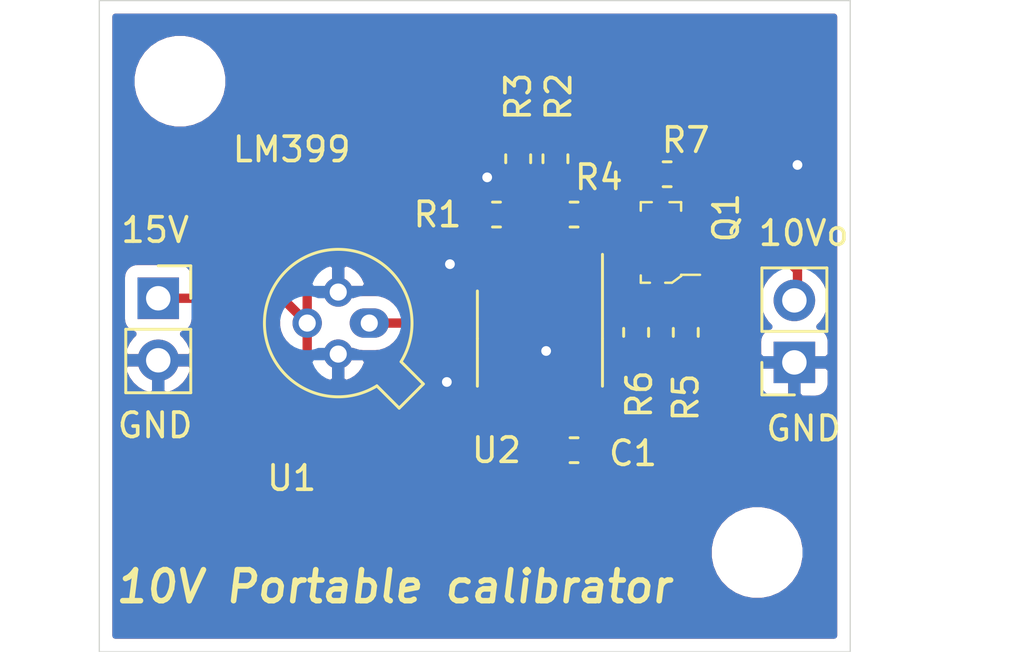
<source format=kicad_pcb>
(kicad_pcb (version 20171130) (host pcbnew 5.1.6-c6e7f7d~87~ubuntu18.04.1)

  (general
    (thickness 1.6)
    (drawings 12)
    (tracks 47)
    (zones 0)
    (modules 15)
    (nets 13)
  )

  (page A4)
  (layers
    (0 F.Cu signal)
    (31 B.Cu signal)
    (32 B.Adhes user)
    (33 F.Adhes user)
    (34 B.Paste user)
    (35 F.Paste user)
    (36 B.SilkS user hide)
    (37 F.SilkS user)
    (38 B.Mask user)
    (39 F.Mask user)
    (40 Dwgs.User user)
    (41 Cmts.User user)
    (42 Eco1.User user)
    (43 Eco2.User user hide)
    (44 Edge.Cuts user)
    (45 Margin user)
    (46 B.CrtYd user)
    (47 F.CrtYd user)
    (48 B.Fab user)
    (49 F.Fab user hide)
  )

  (setup
    (last_trace_width 0.25)
    (user_trace_width 0.1524)
    (user_trace_width 0.254)
    (user_trace_width 0.381)
    (user_trace_width 0.508)
    (user_trace_width 0.635)
    (trace_clearance 0.2)
    (zone_clearance 0.127)
    (zone_45_only no)
    (trace_min 0.2)
    (via_size 0.8)
    (via_drill 0.4)
    (via_min_size 0.4)
    (via_min_drill 0.3)
    (uvia_size 0.3)
    (uvia_drill 0.1)
    (uvias_allowed no)
    (uvia_min_size 0.2)
    (uvia_min_drill 0.1)
    (edge_width 0.05)
    (segment_width 0.2)
    (pcb_text_width 0.3)
    (pcb_text_size 1.5 1.5)
    (mod_edge_width 0.12)
    (mod_text_size 1 1)
    (mod_text_width 0.15)
    (pad_size 1.524 1.524)
    (pad_drill 0.762)
    (pad_to_mask_clearance 0.05)
    (aux_axis_origin 0 0)
    (visible_elements FFFFFF7F)
    (pcbplotparams
      (layerselection 0x010fc_ffffffff)
      (usegerberextensions false)
      (usegerberattributes true)
      (usegerberadvancedattributes true)
      (creategerberjobfile true)
      (excludeedgelayer true)
      (linewidth 0.100000)
      (plotframeref false)
      (viasonmask false)
      (mode 1)
      (useauxorigin false)
      (hpglpennumber 1)
      (hpglpenspeed 20)
      (hpglpendiameter 15.000000)
      (psnegative false)
      (psa4output false)
      (plotreference true)
      (plotvalue true)
      (plotinvisibletext false)
      (padsonsilk false)
      (subtractmaskfromsilk false)
      (outputformat 1)
      (mirror false)
      (drillshape 0)
      (scaleselection 1)
      (outputdirectory "../production/gerbers"))
  )

  (net 0 "")
  (net 1 GND)
  (net 2 /Vout)
  (net 3 +15V)
  (net 4 "Net-(Q1-Pad1)")
  (net 5 "Net-(Q1-Pad3)")
  (net 6 "Net-(R1-Pad2)")
  (net 7 "Net-(R2-Pad2)")
  (net 8 "Net-(R2-Pad1)")
  (net 9 "Net-(R5-Pad2)")
  (net 10 "Net-(U2-Pad8)")
  (net 11 "Net-(U2-Pad5)")
  (net 12 "Net-(U2-Pad1)")

  (net_class Default "This is the default net class."
    (clearance 0.2)
    (trace_width 0.25)
    (via_dia 0.8)
    (via_drill 0.4)
    (uvia_dia 0.3)
    (uvia_drill 0.1)
    (add_net +15V)
    (add_net /Vout)
    (add_net GND)
    (add_net "Net-(Q1-Pad1)")
    (add_net "Net-(Q1-Pad3)")
    (add_net "Net-(R1-Pad2)")
    (add_net "Net-(R2-Pad1)")
    (add_net "Net-(R2-Pad2)")
    (add_net "Net-(R5-Pad2)")
    (add_net "Net-(U2-Pad1)")
    (add_net "Net-(U2-Pad5)")
    (add_net "Net-(U2-Pad8)")
  )

  (module Connector_PinSocket_2.54mm:PinSocket_1x02_P2.54mm_Vertical (layer F.Cu) (tedit 5A19A420) (tstamp 61B858F4)
    (at 168.402 98.639 180)
    (descr "Through hole straight socket strip, 1x02, 2.54mm pitch, single row (from Kicad 4.0.7), script generated")
    (tags "Through hole socket strip THT 1x02 2.54mm single row")
    (path /61BD90DC)
    (fp_text reference J2 (at 2.794 -1.31) (layer F.SilkS) hide
      (effects (font (size 1 1) (thickness 0.15)))
    )
    (fp_text value Conn_01x02 (at 0 5.31) (layer F.Fab)
      (effects (font (size 1 1) (thickness 0.15)))
    )
    (fp_line (start -1.8 4.3) (end -1.8 -1.8) (layer F.CrtYd) (width 0.05))
    (fp_line (start 1.75 4.3) (end -1.8 4.3) (layer F.CrtYd) (width 0.05))
    (fp_line (start 1.75 -1.8) (end 1.75 4.3) (layer F.CrtYd) (width 0.05))
    (fp_line (start -1.8 -1.8) (end 1.75 -1.8) (layer F.CrtYd) (width 0.05))
    (fp_line (start 0 -1.33) (end 1.33 -1.33) (layer F.SilkS) (width 0.12))
    (fp_line (start 1.33 -1.33) (end 1.33 0) (layer F.SilkS) (width 0.12))
    (fp_line (start 1.33 1.27) (end 1.33 3.87) (layer F.SilkS) (width 0.12))
    (fp_line (start -1.33 3.87) (end 1.33 3.87) (layer F.SilkS) (width 0.12))
    (fp_line (start -1.33 1.27) (end -1.33 3.87) (layer F.SilkS) (width 0.12))
    (fp_line (start -1.33 1.27) (end 1.33 1.27) (layer F.SilkS) (width 0.12))
    (fp_line (start -1.27 3.81) (end -1.27 -1.27) (layer F.Fab) (width 0.1))
    (fp_line (start 1.27 3.81) (end -1.27 3.81) (layer F.Fab) (width 0.1))
    (fp_line (start 1.27 -0.635) (end 1.27 3.81) (layer F.Fab) (width 0.1))
    (fp_line (start 0.635 -1.27) (end 1.27 -0.635) (layer F.Fab) (width 0.1))
    (fp_line (start -1.27 -1.27) (end 0.635 -1.27) (layer F.Fab) (width 0.1))
    (fp_text user %R (at 0 1.27 90) (layer F.Fab)
      (effects (font (size 1 1) (thickness 0.15)))
    )
    (pad 2 thru_hole oval (at 0 2.54 180) (size 1.7 1.7) (drill 1) (layers *.Cu *.Mask)
      (net 2 /Vout))
    (pad 1 thru_hole rect (at 0 0 180) (size 1.7 1.7) (drill 1) (layers *.Cu *.Mask)
      (net 1 GND))
  )

  (module Connector_PinSocket_2.54mm:PinSocket_1x02_P2.54mm_Vertical (layer F.Cu) (tedit 5A19A420) (tstamp 61B858DE)
    (at 142.367 96.012)
    (descr "Through hole straight socket strip, 1x02, 2.54mm pitch, single row (from Kicad 4.0.7), script generated")
    (tags "Through hole socket strip THT 1x02 2.54mm single row")
    (path /61BD8BE7)
    (fp_text reference J1 (at 0.889 -4.699) (layer F.SilkS) hide
      (effects (font (size 1 1) (thickness 0.15)))
    )
    (fp_text value Conn_01x02 (at 0 5.31) (layer F.Fab)
      (effects (font (size 1 1) (thickness 0.15)))
    )
    (fp_line (start -1.8 4.3) (end -1.8 -1.8) (layer F.CrtYd) (width 0.05))
    (fp_line (start 1.75 4.3) (end -1.8 4.3) (layer F.CrtYd) (width 0.05))
    (fp_line (start 1.75 -1.8) (end 1.75 4.3) (layer F.CrtYd) (width 0.05))
    (fp_line (start -1.8 -1.8) (end 1.75 -1.8) (layer F.CrtYd) (width 0.05))
    (fp_line (start 0 -1.33) (end 1.33 -1.33) (layer F.SilkS) (width 0.12))
    (fp_line (start 1.33 -1.33) (end 1.33 0) (layer F.SilkS) (width 0.12))
    (fp_line (start 1.33 1.27) (end 1.33 3.87) (layer F.SilkS) (width 0.12))
    (fp_line (start -1.33 3.87) (end 1.33 3.87) (layer F.SilkS) (width 0.12))
    (fp_line (start -1.33 1.27) (end -1.33 3.87) (layer F.SilkS) (width 0.12))
    (fp_line (start -1.33 1.27) (end 1.33 1.27) (layer F.SilkS) (width 0.12))
    (fp_line (start -1.27 3.81) (end -1.27 -1.27) (layer F.Fab) (width 0.1))
    (fp_line (start 1.27 3.81) (end -1.27 3.81) (layer F.Fab) (width 0.1))
    (fp_line (start 1.27 -0.635) (end 1.27 3.81) (layer F.Fab) (width 0.1))
    (fp_line (start 0.635 -1.27) (end 1.27 -0.635) (layer F.Fab) (width 0.1))
    (fp_line (start -1.27 -1.27) (end 0.635 -1.27) (layer F.Fab) (width 0.1))
    (fp_text user %R (at 0 1.27 90) (layer F.Fab)
      (effects (font (size 1 1) (thickness 0.15)))
    )
    (pad 2 thru_hole oval (at 0 2.54) (size 1.7 1.7) (drill 1) (layers *.Cu *.Mask)
      (net 1 GND))
    (pad 1 thru_hole rect (at 0 0) (size 1.7 1.7) (drill 1) (layers *.Cu *.Mask)
      (net 3 +15V))
  )

  (module Package_SO:SOIC-8_3.9x4.9mm_P1.27mm (layer F.Cu) (tedit 5D9F72B1) (tstamp 61B843F7)
    (at 157.988 97.663 270)
    (descr "SOIC, 8 Pin (JEDEC MS-012AA, https://www.analog.com/media/en/package-pcb-resources/package/pkg_pdf/soic_narrow-r/r_8.pdf), generated with kicad-footprint-generator ipc_gullwing_generator.py")
    (tags "SOIC SO")
    (path /61B85421)
    (attr smd)
    (fp_text reference U2 (at 4.572 1.778 180) (layer F.SilkS)
      (effects (font (size 1 1) (thickness 0.15)))
    )
    (fp_text value LT1012 (at 0 3.4 90) (layer F.Fab)
      (effects (font (size 1 1) (thickness 0.15)))
    )
    (fp_line (start 3.7 -2.7) (end -3.7 -2.7) (layer F.CrtYd) (width 0.05))
    (fp_line (start 3.7 2.7) (end 3.7 -2.7) (layer F.CrtYd) (width 0.05))
    (fp_line (start -3.7 2.7) (end 3.7 2.7) (layer F.CrtYd) (width 0.05))
    (fp_line (start -3.7 -2.7) (end -3.7 2.7) (layer F.CrtYd) (width 0.05))
    (fp_line (start -1.95 -1.475) (end -0.975 -2.45) (layer F.Fab) (width 0.1))
    (fp_line (start -1.95 2.45) (end -1.95 -1.475) (layer F.Fab) (width 0.1))
    (fp_line (start 1.95 2.45) (end -1.95 2.45) (layer F.Fab) (width 0.1))
    (fp_line (start 1.95 -2.45) (end 1.95 2.45) (layer F.Fab) (width 0.1))
    (fp_line (start -0.975 -2.45) (end 1.95 -2.45) (layer F.Fab) (width 0.1))
    (fp_line (start 0 -2.56) (end -3.45 -2.56) (layer F.SilkS) (width 0.12))
    (fp_line (start 0 -2.56) (end 1.95 -2.56) (layer F.SilkS) (width 0.12))
    (fp_line (start 0 2.56) (end -1.95 2.56) (layer F.SilkS) (width 0.12))
    (fp_line (start 0 2.56) (end 1.95 2.56) (layer F.SilkS) (width 0.12))
    (fp_text user %R (at 0 0 90) (layer F.Fab)
      (effects (font (size 0.98 0.98) (thickness 0.15)))
    )
    (pad 8 smd roundrect (at 2.475 -1.905 270) (size 1.95 0.6) (layers F.Cu F.Paste F.Mask) (roundrect_rratio 0.25)
      (net 10 "Net-(U2-Pad8)"))
    (pad 7 smd roundrect (at 2.475 -0.635 270) (size 1.95 0.6) (layers F.Cu F.Paste F.Mask) (roundrect_rratio 0.25)
      (net 3 +15V))
    (pad 6 smd roundrect (at 2.475 0.635 270) (size 1.95 0.6) (layers F.Cu F.Paste F.Mask) (roundrect_rratio 0.25)
      (net 9 "Net-(R5-Pad2)"))
    (pad 5 smd roundrect (at 2.475 1.905 270) (size 1.95 0.6) (layers F.Cu F.Paste F.Mask) (roundrect_rratio 0.25)
      (net 11 "Net-(U2-Pad5)"))
    (pad 4 smd roundrect (at -2.475 1.905 270) (size 1.95 0.6) (layers F.Cu F.Paste F.Mask) (roundrect_rratio 0.25)
      (net 1 GND))
    (pad 3 smd roundrect (at -2.475 0.635 270) (size 1.95 0.6) (layers F.Cu F.Paste F.Mask) (roundrect_rratio 0.25)
      (net 6 "Net-(R1-Pad2)"))
    (pad 2 smd roundrect (at -2.475 -0.635 270) (size 1.95 0.6) (layers F.Cu F.Paste F.Mask) (roundrect_rratio 0.25)
      (net 7 "Net-(R2-Pad2)"))
    (pad 1 smd roundrect (at -2.475 -1.905 270) (size 1.95 0.6) (layers F.Cu F.Paste F.Mask) (roundrect_rratio 0.25)
      (net 12 "Net-(U2-Pad1)"))
    (model ${KISYS3DMOD}/Package_SO.3dshapes/SOIC-8_3.9x4.9mm_P1.27mm.wrl
      (at (xyz 0 0 0))
      (scale (xyz 1 1 1))
      (rotate (xyz 0 0 0))
    )
  )

  (module Package_TO_SOT_THT:TO-46-4 (layer F.Cu) (tedit 5A02FF81) (tstamp 61B843DD)
    (at 151.003 97.028 180)
    (descr TO-46-4)
    (tags TO-46-4)
    (path /61B83865)
    (fp_text reference U1 (at 3.175 -6.35) (layer F.SilkS)
      (effects (font (size 1 1) (thickness 0.15)))
    )
    (fp_text value LM399 (at 1.27 4.02) (layer F.Fab)
      (effects (font (size 1 1) (thickness 0.15)))
    )
    (fp_circle (center 1.27 0) (end 3.67 0) (layer F.Fab) (width 0.1))
    (fp_line (start 4.42 -3.5) (end -2.23 -3.5) (layer F.CrtYd) (width 0.05))
    (fp_line (start 4.42 3.15) (end 4.42 -3.5) (layer F.CrtYd) (width 0.05))
    (fp_line (start -2.23 3.15) (end 4.42 3.15) (layer F.CrtYd) (width 0.05))
    (fp_line (start -2.23 -3.5) (end -2.23 3.15) (layer F.CrtYd) (width 0.05))
    (fp_line (start -2.214448 -2.494499) (end -1.302281 -1.582331) (layer F.SilkS) (width 0.12))
    (fp_line (start -1.224499 -3.484448) (end -2.214448 -2.494499) (layer F.SilkS) (width 0.12))
    (fp_line (start -0.312331 -2.572281) (end -1.224499 -3.484448) (layer F.SilkS) (width 0.12))
    (fp_line (start -1.976616 -2.426372) (end -1.149301 -1.599057) (layer F.Fab) (width 0.1))
    (fp_line (start -1.156372 -3.246616) (end -1.976616 -2.426372) (layer F.Fab) (width 0.1))
    (fp_line (start -0.329057 -2.419301) (end -1.156372 -3.246616) (layer F.Fab) (width 0.1))
    (fp_arc (start 1.27 0) (end -0.312331 -2.572281) (angle 333.2) (layer F.SilkS) (width 0.12))
    (fp_arc (start 1.27 0) (end -0.329057 -2.419301) (angle 336.9) (layer F.Fab) (width 0.1))
    (fp_text user %R (at 1.27 -4.02) (layer F.Fab)
      (effects (font (size 1 1) (thickness 0.15)))
    )
    (pad 4 thru_hole oval (at 1.27 -1.27 180) (size 1.2 1.2) (drill 0.7) (layers *.Cu *.Mask)
      (net 1 GND))
    (pad 3 thru_hole oval (at 2.54 0 180) (size 1.2 1.2) (drill 0.7) (layers *.Cu *.Mask)
      (net 3 +15V))
    (pad 2 thru_hole oval (at 1.27 1.27 180) (size 1.2 1.2) (drill 0.7) (layers *.Cu *.Mask)
      (net 1 GND))
    (pad 1 thru_hole oval (at 0 0 180) (size 1.6 1.2) (drill 0.7) (layers *.Cu *.Mask)
      (net 6 "Net-(R1-Pad2)"))
    (model ${KISYS3DMOD}/Package_TO_SOT_THT.3dshapes/TO-46-4.wrl
      (at (xyz 0 0 0))
      (scale (xyz 1 1 1))
      (rotate (xyz 0 0 0))
    )
    (model /home/jf/Documents/KiCAD/advent-calendar-of-circuits-2021/lib/3d/TO-46-4pins.step
      (offset (xyz 1.27 -0.0254 0.7112000000000001))
      (scale (xyz 1 1 1))
      (rotate (xyz -90 0 -45))
    )
  )

  (module Resistor_SMD:R_0603_1608Metric (layer F.Cu) (tedit 5B301BBD) (tstamp 61B843C7)
    (at 163.195 90.932)
    (descr "Resistor SMD 0603 (1608 Metric), square (rectangular) end terminal, IPC_7351 nominal, (Body size source: http://www.tortai-tech.com/upload/download/2011102023233369053.pdf), generated with kicad-footprint-generator")
    (tags resistor)
    (path /61BA186F)
    (attr smd)
    (fp_text reference R7 (at 0.762 -1.397) (layer F.SilkS)
      (effects (font (size 1 1) (thickness 0.15)))
    )
    (fp_text value 1K (at 0 1.43) (layer F.Fab)
      (effects (font (size 1 1) (thickness 0.15)))
    )
    (fp_line (start 1.48 0.73) (end -1.48 0.73) (layer F.CrtYd) (width 0.05))
    (fp_line (start 1.48 -0.73) (end 1.48 0.73) (layer F.CrtYd) (width 0.05))
    (fp_line (start -1.48 -0.73) (end 1.48 -0.73) (layer F.CrtYd) (width 0.05))
    (fp_line (start -1.48 0.73) (end -1.48 -0.73) (layer F.CrtYd) (width 0.05))
    (fp_line (start -0.162779 0.51) (end 0.162779 0.51) (layer F.SilkS) (width 0.12))
    (fp_line (start -0.162779 -0.51) (end 0.162779 -0.51) (layer F.SilkS) (width 0.12))
    (fp_line (start 0.8 0.4) (end -0.8 0.4) (layer F.Fab) (width 0.1))
    (fp_line (start 0.8 -0.4) (end 0.8 0.4) (layer F.Fab) (width 0.1))
    (fp_line (start -0.8 -0.4) (end 0.8 -0.4) (layer F.Fab) (width 0.1))
    (fp_line (start -0.8 0.4) (end -0.8 -0.4) (layer F.Fab) (width 0.1))
    (fp_text user %R (at 0 0) (layer F.Fab)
      (effects (font (size 0.4 0.4) (thickness 0.06)))
    )
    (pad 2 smd roundrect (at 0.7875 0) (size 0.875 0.95) (layers F.Cu F.Paste F.Mask) (roundrect_rratio 0.25)
      (net 2 /Vout))
    (pad 1 smd roundrect (at -0.7875 0) (size 0.875 0.95) (layers F.Cu F.Paste F.Mask) (roundrect_rratio 0.25)
      (net 1 GND))
    (model ${KISYS3DMOD}/Resistor_SMD.3dshapes/R_0603_1608Metric.wrl
      (at (xyz 0 0 0))
      (scale (xyz 1 1 1))
      (rotate (xyz 0 0 0))
    )
  )

  (module Resistor_SMD:R_0603_1608Metric (layer F.Cu) (tedit 5B301BBD) (tstamp 61B843B6)
    (at 161.925 97.409 270)
    (descr "Resistor SMD 0603 (1608 Metric), square (rectangular) end terminal, IPC_7351 nominal, (Body size source: http://www.tortai-tech.com/upload/download/2011102023233369053.pdf), generated with kicad-footprint-generator")
    (tags resistor)
    (path /61AFAEA8)
    (attr smd)
    (fp_text reference R6 (at 2.54 -0.127 90) (layer F.SilkS)
      (effects (font (size 1 1) (thickness 0.15)))
    )
    (fp_text value 200R (at 0 1.43 90) (layer F.Fab)
      (effects (font (size 1 1) (thickness 0.15)))
    )
    (fp_line (start 1.48 0.73) (end -1.48 0.73) (layer F.CrtYd) (width 0.05))
    (fp_line (start 1.48 -0.73) (end 1.48 0.73) (layer F.CrtYd) (width 0.05))
    (fp_line (start -1.48 -0.73) (end 1.48 -0.73) (layer F.CrtYd) (width 0.05))
    (fp_line (start -1.48 0.73) (end -1.48 -0.73) (layer F.CrtYd) (width 0.05))
    (fp_line (start -0.162779 0.51) (end 0.162779 0.51) (layer F.SilkS) (width 0.12))
    (fp_line (start -0.162779 -0.51) (end 0.162779 -0.51) (layer F.SilkS) (width 0.12))
    (fp_line (start 0.8 0.4) (end -0.8 0.4) (layer F.Fab) (width 0.1))
    (fp_line (start 0.8 -0.4) (end 0.8 0.4) (layer F.Fab) (width 0.1))
    (fp_line (start -0.8 -0.4) (end 0.8 -0.4) (layer F.Fab) (width 0.1))
    (fp_line (start -0.8 0.4) (end -0.8 -0.4) (layer F.Fab) (width 0.1))
    (fp_text user %R (at 0 0 90) (layer F.Fab)
      (effects (font (size 0.4 0.4) (thickness 0.06)))
    )
    (pad 2 smd roundrect (at 0.7875 0 270) (size 0.875 0.95) (layers F.Cu F.Paste F.Mask) (roundrect_rratio 0.25)
      (net 3 +15V))
    (pad 1 smd roundrect (at -0.7875 0 270) (size 0.875 0.95) (layers F.Cu F.Paste F.Mask) (roundrect_rratio 0.25)
      (net 5 "Net-(Q1-Pad3)"))
    (model ${KISYS3DMOD}/Resistor_SMD.3dshapes/R_0603_1608Metric.wrl
      (at (xyz 0 0 0))
      (scale (xyz 1 1 1))
      (rotate (xyz 0 0 0))
    )
  )

  (module Resistor_SMD:R_0603_1608Metric (layer F.Cu) (tedit 5B301BBD) (tstamp 61B843A5)
    (at 163.957 97.409 270)
    (descr "Resistor SMD 0603 (1608 Metric), square (rectangular) end terminal, IPC_7351 nominal, (Body size source: http://www.tortai-tech.com/upload/download/2011102023233369053.pdf), generated with kicad-footprint-generator")
    (tags resistor)
    (path /61B993EE)
    (attr smd)
    (fp_text reference R5 (at 2.667 0 90) (layer F.SilkS)
      (effects (font (size 1 1) (thickness 0.15)))
    )
    (fp_text value 1K (at 0 1.43 90) (layer F.Fab)
      (effects (font (size 1 1) (thickness 0.15)))
    )
    (fp_line (start 1.48 0.73) (end -1.48 0.73) (layer F.CrtYd) (width 0.05))
    (fp_line (start 1.48 -0.73) (end 1.48 0.73) (layer F.CrtYd) (width 0.05))
    (fp_line (start -1.48 -0.73) (end 1.48 -0.73) (layer F.CrtYd) (width 0.05))
    (fp_line (start -1.48 0.73) (end -1.48 -0.73) (layer F.CrtYd) (width 0.05))
    (fp_line (start -0.162779 0.51) (end 0.162779 0.51) (layer F.SilkS) (width 0.12))
    (fp_line (start -0.162779 -0.51) (end 0.162779 -0.51) (layer F.SilkS) (width 0.12))
    (fp_line (start 0.8 0.4) (end -0.8 0.4) (layer F.Fab) (width 0.1))
    (fp_line (start 0.8 -0.4) (end 0.8 0.4) (layer F.Fab) (width 0.1))
    (fp_line (start -0.8 -0.4) (end 0.8 -0.4) (layer F.Fab) (width 0.1))
    (fp_line (start -0.8 0.4) (end -0.8 -0.4) (layer F.Fab) (width 0.1))
    (fp_text user %R (at 0 0 90) (layer F.Fab)
      (effects (font (size 0.4 0.4) (thickness 0.06)))
    )
    (pad 2 smd roundrect (at 0.7875 0 270) (size 0.875 0.95) (layers F.Cu F.Paste F.Mask) (roundrect_rratio 0.25)
      (net 9 "Net-(R5-Pad2)"))
    (pad 1 smd roundrect (at -0.7875 0 270) (size 0.875 0.95) (layers F.Cu F.Paste F.Mask) (roundrect_rratio 0.25)
      (net 4 "Net-(Q1-Pad1)"))
    (model ${KISYS3DMOD}/Resistor_SMD.3dshapes/R_0603_1608Metric.wrl
      (at (xyz 0 0 0))
      (scale (xyz 1 1 1))
      (rotate (xyz 0 0 0))
    )
  )

  (module Resistor_SMD:R_0603_1608Metric (layer F.Cu) (tedit 5B301BBD) (tstamp 61B84394)
    (at 159.385 92.583)
    (descr "Resistor SMD 0603 (1608 Metric), square (rectangular) end terminal, IPC_7351 nominal, (Body size source: http://www.tortai-tech.com/upload/download/2011102023233369053.pdf), generated with kicad-footprint-generator")
    (tags resistor)
    (path /61BA06FA)
    (attr smd)
    (fp_text reference R4 (at 1.016 -1.524) (layer F.SilkS)
      (effects (font (size 1 1) (thickness 0.15)))
    )
    (fp_text value 3K (at 0 1.43) (layer F.Fab)
      (effects (font (size 1 1) (thickness 0.15)))
    )
    (fp_line (start 1.48 0.73) (end -1.48 0.73) (layer F.CrtYd) (width 0.05))
    (fp_line (start 1.48 -0.73) (end 1.48 0.73) (layer F.CrtYd) (width 0.05))
    (fp_line (start -1.48 -0.73) (end 1.48 -0.73) (layer F.CrtYd) (width 0.05))
    (fp_line (start -1.48 0.73) (end -1.48 -0.73) (layer F.CrtYd) (width 0.05))
    (fp_line (start -0.162779 0.51) (end 0.162779 0.51) (layer F.SilkS) (width 0.12))
    (fp_line (start -0.162779 -0.51) (end 0.162779 -0.51) (layer F.SilkS) (width 0.12))
    (fp_line (start 0.8 0.4) (end -0.8 0.4) (layer F.Fab) (width 0.1))
    (fp_line (start 0.8 -0.4) (end 0.8 0.4) (layer F.Fab) (width 0.1))
    (fp_line (start -0.8 -0.4) (end 0.8 -0.4) (layer F.Fab) (width 0.1))
    (fp_line (start -0.8 0.4) (end -0.8 -0.4) (layer F.Fab) (width 0.1))
    (fp_text user %R (at 0 0) (layer F.Fab)
      (effects (font (size 0.4 0.4) (thickness 0.06)))
    )
    (pad 2 smd roundrect (at 0.7875 0) (size 0.875 0.95) (layers F.Cu F.Paste F.Mask) (roundrect_rratio 0.25)
      (net 2 /Vout))
    (pad 1 smd roundrect (at -0.7875 0) (size 0.875 0.95) (layers F.Cu F.Paste F.Mask) (roundrect_rratio 0.25)
      (net 7 "Net-(R2-Pad2)"))
    (model ${KISYS3DMOD}/Resistor_SMD.3dshapes/R_0603_1608Metric.wrl
      (at (xyz 0 0 0))
      (scale (xyz 1 1 1))
      (rotate (xyz 0 0 0))
    )
  )

  (module Resistor_SMD:R_0603_1608Metric (layer F.Cu) (tedit 5B301BBD) (tstamp 61B84383)
    (at 157.099 90.297 90)
    (descr "Resistor SMD 0603 (1608 Metric), square (rectangular) end terminal, IPC_7351 nominal, (Body size source: http://www.tortai-tech.com/upload/download/2011102023233369053.pdf), generated with kicad-footprint-generator")
    (tags resistor)
    (path /61BA65DD)
    (attr smd)
    (fp_text reference R3 (at 2.54 0 90) (layer F.SilkS)
      (effects (font (size 1 1) (thickness 0.15)))
    )
    (fp_text value 1K (at 0 1.43 90) (layer F.Fab)
      (effects (font (size 1 1) (thickness 0.15)))
    )
    (fp_line (start 1.48 0.73) (end -1.48 0.73) (layer F.CrtYd) (width 0.05))
    (fp_line (start 1.48 -0.73) (end 1.48 0.73) (layer F.CrtYd) (width 0.05))
    (fp_line (start -1.48 -0.73) (end 1.48 -0.73) (layer F.CrtYd) (width 0.05))
    (fp_line (start -1.48 0.73) (end -1.48 -0.73) (layer F.CrtYd) (width 0.05))
    (fp_line (start -0.162779 0.51) (end 0.162779 0.51) (layer F.SilkS) (width 0.12))
    (fp_line (start -0.162779 -0.51) (end 0.162779 -0.51) (layer F.SilkS) (width 0.12))
    (fp_line (start 0.8 0.4) (end -0.8 0.4) (layer F.Fab) (width 0.1))
    (fp_line (start 0.8 -0.4) (end 0.8 0.4) (layer F.Fab) (width 0.1))
    (fp_line (start -0.8 -0.4) (end 0.8 -0.4) (layer F.Fab) (width 0.1))
    (fp_line (start -0.8 0.4) (end -0.8 -0.4) (layer F.Fab) (width 0.1))
    (fp_text user %R (at 0 0 90) (layer F.Fab)
      (effects (font (size 0.4 0.4) (thickness 0.06)))
    )
    (pad 2 smd roundrect (at 0.7875 0 90) (size 0.875 0.95) (layers F.Cu F.Paste F.Mask) (roundrect_rratio 0.25)
      (net 8 "Net-(R2-Pad1)"))
    (pad 1 smd roundrect (at -0.7875 0 90) (size 0.875 0.95) (layers F.Cu F.Paste F.Mask) (roundrect_rratio 0.25)
      (net 1 GND))
    (model ${KISYS3DMOD}/Resistor_SMD.3dshapes/R_0603_1608Metric.wrl
      (at (xyz 0 0 0))
      (scale (xyz 1 1 1))
      (rotate (xyz 0 0 0))
    )
  )

  (module Resistor_SMD:R_0603_1608Metric (layer F.Cu) (tedit 5B301BBD) (tstamp 61B84372)
    (at 158.623 90.297 270)
    (descr "Resistor SMD 0603 (1608 Metric), square (rectangular) end terminal, IPC_7351 nominal, (Body size source: http://www.tortai-tech.com/upload/download/2011102023233369053.pdf), generated with kicad-footprint-generator")
    (tags resistor)
    (path /61BA10D9)
    (attr smd)
    (fp_text reference R2 (at -2.54 -0.127 270) (layer F.SilkS)
      (effects (font (size 1 1) (thickness 0.15)))
    )
    (fp_text value 6.5K (at 0 1.43 90) (layer F.Fab)
      (effects (font (size 1 1) (thickness 0.15)))
    )
    (fp_line (start 1.48 0.73) (end -1.48 0.73) (layer F.CrtYd) (width 0.05))
    (fp_line (start 1.48 -0.73) (end 1.48 0.73) (layer F.CrtYd) (width 0.05))
    (fp_line (start -1.48 -0.73) (end 1.48 -0.73) (layer F.CrtYd) (width 0.05))
    (fp_line (start -1.48 0.73) (end -1.48 -0.73) (layer F.CrtYd) (width 0.05))
    (fp_line (start -0.162779 0.51) (end 0.162779 0.51) (layer F.SilkS) (width 0.12))
    (fp_line (start -0.162779 -0.51) (end 0.162779 -0.51) (layer F.SilkS) (width 0.12))
    (fp_line (start 0.8 0.4) (end -0.8 0.4) (layer F.Fab) (width 0.1))
    (fp_line (start 0.8 -0.4) (end 0.8 0.4) (layer F.Fab) (width 0.1))
    (fp_line (start -0.8 -0.4) (end 0.8 -0.4) (layer F.Fab) (width 0.1))
    (fp_line (start -0.8 0.4) (end -0.8 -0.4) (layer F.Fab) (width 0.1))
    (fp_text user %R (at 0 0 90) (layer F.Fab)
      (effects (font (size 0.4 0.4) (thickness 0.06)))
    )
    (pad 2 smd roundrect (at 0.7875 0 270) (size 0.875 0.95) (layers F.Cu F.Paste F.Mask) (roundrect_rratio 0.25)
      (net 7 "Net-(R2-Pad2)"))
    (pad 1 smd roundrect (at -0.7875 0 270) (size 0.875 0.95) (layers F.Cu F.Paste F.Mask) (roundrect_rratio 0.25)
      (net 8 "Net-(R2-Pad1)"))
    (model ${KISYS3DMOD}/Resistor_SMD.3dshapes/R_0603_1608Metric.wrl
      (at (xyz 0 0 0))
      (scale (xyz 1 1 1))
      (rotate (xyz 0 0 0))
    )
  )

  (module Resistor_SMD:R_0603_1608Metric (layer F.Cu) (tedit 5B301BBD) (tstamp 61B84361)
    (at 156.21 92.583)
    (descr "Resistor SMD 0603 (1608 Metric), square (rectangular) end terminal, IPC_7351 nominal, (Body size source: http://www.tortai-tech.com/upload/download/2011102023233369053.pdf), generated with kicad-footprint-generator")
    (tags resistor)
    (path /61B2103D)
    (attr smd)
    (fp_text reference R1 (at -2.413 0) (layer F.SilkS)
      (effects (font (size 1 1) (thickness 0.15)))
    )
    (fp_text value 7K (at 0 1.43) (layer F.Fab)
      (effects (font (size 1 1) (thickness 0.15)))
    )
    (fp_line (start 1.48 0.73) (end -1.48 0.73) (layer F.CrtYd) (width 0.05))
    (fp_line (start 1.48 -0.73) (end 1.48 0.73) (layer F.CrtYd) (width 0.05))
    (fp_line (start -1.48 -0.73) (end 1.48 -0.73) (layer F.CrtYd) (width 0.05))
    (fp_line (start -1.48 0.73) (end -1.48 -0.73) (layer F.CrtYd) (width 0.05))
    (fp_line (start -0.162779 0.51) (end 0.162779 0.51) (layer F.SilkS) (width 0.12))
    (fp_line (start -0.162779 -0.51) (end 0.162779 -0.51) (layer F.SilkS) (width 0.12))
    (fp_line (start 0.8 0.4) (end -0.8 0.4) (layer F.Fab) (width 0.1))
    (fp_line (start 0.8 -0.4) (end 0.8 0.4) (layer F.Fab) (width 0.1))
    (fp_line (start -0.8 -0.4) (end 0.8 -0.4) (layer F.Fab) (width 0.1))
    (fp_line (start -0.8 0.4) (end -0.8 -0.4) (layer F.Fab) (width 0.1))
    (fp_text user %R (at 0 0) (layer F.Fab)
      (effects (font (size 0.4 0.4) (thickness 0.06)))
    )
    (pad 2 smd roundrect (at 0.7875 0) (size 0.875 0.95) (layers F.Cu F.Paste F.Mask) (roundrect_rratio 0.25)
      (net 6 "Net-(R1-Pad2)"))
    (pad 1 smd roundrect (at -0.7875 0) (size 0.875 0.95) (layers F.Cu F.Paste F.Mask) (roundrect_rratio 0.25)
      (net 3 +15V))
    (model ${KISYS3DMOD}/Resistor_SMD.3dshapes/R_0603_1608Metric.wrl
      (at (xyz 0 0 0))
      (scale (xyz 1 1 1))
      (rotate (xyz 0 0 0))
    )
  )

  (module digikey-footprints:SOT-23-3 (layer F.Cu) (tedit 5D28A5E3) (tstamp 61B84350)
    (at 162.941 93.726 180)
    (path /61BA2934)
    (attr smd)
    (fp_text reference Q1 (at -2.667 1.016 90) (layer F.SilkS)
      (effects (font (size 1 1) (thickness 0.15)))
    )
    (fp_text value MMBT3904-7-F (at 0.025 3.25) (layer F.Fab)
      (effects (font (size 1 1) (thickness 0.15)))
    )
    (fp_line (start 0.7 1.52) (end 0.7 -1.52) (layer F.Fab) (width 0.1))
    (fp_line (start -0.7 1.52) (end 0.7 1.52) (layer F.Fab) (width 0.1))
    (fp_line (start 0.825 -1.65) (end 0.825 -1.35) (layer F.SilkS) (width 0.1))
    (fp_line (start 0.45 -1.65) (end 0.825 -1.65) (layer F.SilkS) (width 0.1))
    (fp_line (start 0.825 1.65) (end 0.375 1.65) (layer F.SilkS) (width 0.1))
    (fp_line (start 0.825 1.35) (end 0.825 1.65) (layer F.SilkS) (width 0.1))
    (fp_line (start 0.825 1.425) (end 0.825 1.3) (layer F.SilkS) (width 0.1))
    (fp_line (start -0.825 1.65) (end -0.825 1.3) (layer F.SilkS) (width 0.1))
    (fp_line (start -0.35 1.65) (end -0.825 1.65) (layer F.SilkS) (width 0.1))
    (fp_line (start -0.425 -1.525) (end -0.7 -1.325) (layer F.Fab) (width 0.1))
    (fp_line (start -0.425 -1.525) (end 0.7 -1.525) (layer F.Fab) (width 0.1))
    (fp_line (start -0.7 -1.325) (end -0.7 1.525) (layer F.Fab) (width 0.1))
    (fp_line (start -0.825 -1.325) (end -1.6 -1.325) (layer F.SilkS) (width 0.1))
    (fp_line (start -0.825 -1.375) (end -0.825 -1.325) (layer F.SilkS) (width 0.1))
    (fp_line (start -0.45 -1.65) (end -0.825 -1.375) (layer F.SilkS) (width 0.1))
    (fp_line (start -0.175 -1.65) (end -0.45 -1.65) (layer F.SilkS) (width 0.1))
    (fp_line (start 1.825 -1.95) (end 1.825 1.95) (layer F.CrtYd) (width 0.05))
    (fp_line (start 1.825 1.95) (end -1.825 1.95) (layer F.CrtYd) (width 0.05))
    (fp_line (start -1.825 -1.95) (end -1.825 1.95) (layer F.CrtYd) (width 0.05))
    (fp_line (start -1.825 -1.95) (end 1.825 -1.95) (layer F.CrtYd) (width 0.05))
    (fp_text user %R (at -0.125 0.15) (layer F.Fab)
      (effects (font (size 0.25 0.25) (thickness 0.05)))
    )
    (pad 1 smd rect (at -1.05 -0.95 180) (size 1.3 0.6) (layers F.Cu F.Paste F.Mask)
      (net 4 "Net-(Q1-Pad1)") (solder_mask_margin 0.07))
    (pad 2 smd rect (at -1.05 0.95 180) (size 1.3 0.6) (layers F.Cu F.Paste F.Mask)
      (net 2 /Vout) (solder_mask_margin 0.07))
    (pad 3 smd rect (at 1.05 0 180) (size 1.3 0.6) (layers F.Cu F.Paste F.Mask)
      (net 5 "Net-(Q1-Pad3)") (solder_mask_margin 0.07))
    (model ${KISYS3DMOD}/Package_TO_SOT_SMD.3dshapes/SOT-23.wrl
      (at (xyz 0 0 0))
      (scale (xyz 1 1 1))
      (rotate (xyz 0 0 0))
    )
  )

  (module Capacitor_SMD:C_0603_1608Metric (layer F.Cu) (tedit 5B301BBE) (tstamp 61B8430E)
    (at 159.385 102.235)
    (descr "Capacitor SMD 0603 (1608 Metric), square (rectangular) end terminal, IPC_7351 nominal, (Body size source: http://www.tortai-tech.com/upload/download/2011102023233369053.pdf), generated with kicad-footprint-generator")
    (tags capacitor)
    (path /61BBCD16)
    (attr smd)
    (fp_text reference C1 (at 2.413 0.127) (layer F.SilkS)
      (effects (font (size 1 1) (thickness 0.15)))
    )
    (fp_text value 100n (at 0 1.43) (layer F.Fab)
      (effects (font (size 1 1) (thickness 0.15)))
    )
    (fp_line (start 1.48 0.73) (end -1.48 0.73) (layer F.CrtYd) (width 0.05))
    (fp_line (start 1.48 -0.73) (end 1.48 0.73) (layer F.CrtYd) (width 0.05))
    (fp_line (start -1.48 -0.73) (end 1.48 -0.73) (layer F.CrtYd) (width 0.05))
    (fp_line (start -1.48 0.73) (end -1.48 -0.73) (layer F.CrtYd) (width 0.05))
    (fp_line (start -0.162779 0.51) (end 0.162779 0.51) (layer F.SilkS) (width 0.12))
    (fp_line (start -0.162779 -0.51) (end 0.162779 -0.51) (layer F.SilkS) (width 0.12))
    (fp_line (start 0.8 0.4) (end -0.8 0.4) (layer F.Fab) (width 0.1))
    (fp_line (start 0.8 -0.4) (end 0.8 0.4) (layer F.Fab) (width 0.1))
    (fp_line (start -0.8 -0.4) (end 0.8 -0.4) (layer F.Fab) (width 0.1))
    (fp_line (start -0.8 0.4) (end -0.8 -0.4) (layer F.Fab) (width 0.1))
    (fp_text user %R (at 0 0) (layer F.Fab)
      (effects (font (size 0.4 0.4) (thickness 0.06)))
    )
    (pad 2 smd roundrect (at 0.7875 0) (size 0.875 0.95) (layers F.Cu F.Paste F.Mask) (roundrect_rratio 0.25)
      (net 1 GND))
    (pad 1 smd roundrect (at -0.7875 0) (size 0.875 0.95) (layers F.Cu F.Paste F.Mask) (roundrect_rratio 0.25)
      (net 3 +15V))
    (model ${KISYS3DMOD}/Capacitor_SMD.3dshapes/C_0603_1608Metric.wrl
      (at (xyz 0 0 0))
      (scale (xyz 1 1 1))
      (rotate (xyz 0 0 0))
    )
  )

  (module MountingHole:MountingHole_2.7mm_M2.5 (layer F.Cu) (tedit 56D1B4CB) (tstamp 61A8CCDD)
    (at 166.878 106.426)
    (descr "Mounting Hole 2.7mm, no annular, M2.5")
    (tags "mounting hole 2.7mm no annular m2.5")
    (path /61B14D6F)
    (attr virtual)
    (fp_text reference H1 (at -4.064 2.286) (layer F.SilkS) hide
      (effects (font (size 1 1) (thickness 0.15)))
    )
    (fp_text value MountingHole (at 0 3.7) (layer F.Fab)
      (effects (font (size 1 1) (thickness 0.15)))
    )
    (fp_circle (center 0 0) (end 2.7 0) (layer Cmts.User) (width 0.15))
    (fp_circle (center 0 0) (end 2.95 0) (layer F.CrtYd) (width 0.05))
    (fp_text user %R (at 0.3 0) (layer F.Fab)
      (effects (font (size 1 1) (thickness 0.15)))
    )
    (pad 1 np_thru_hole circle (at 0 0) (size 2.7 2.7) (drill 2.7) (layers *.Cu *.Mask))
  )

  (module MountingHole:MountingHole_2.7mm_M2.5 (layer F.Cu) (tedit 56D1B4CB) (tstamp 61A8D2F5)
    (at 143.256 87.122)
    (descr "Mounting Hole 2.7mm, no annular, M2.5")
    (tags "mounting hole 2.7mm no annular m2.5")
    (path /61B1347B)
    (attr virtual)
    (fp_text reference H2 (at 0 -3.7) (layer F.SilkS) hide
      (effects (font (size 1 1) (thickness 0.15)))
    )
    (fp_text value MountingHole (at 0 3.7) (layer F.Fab)
      (effects (font (size 1 1) (thickness 0.15)))
    )
    (fp_circle (center 0 0) (end 2.7 0) (layer Cmts.User) (width 0.15))
    (fp_circle (center 0 0) (end 2.95 0) (layer F.CrtYd) (width 0.05))
    (fp_text user %R (at 0.3 0) (layer F.Fab)
      (effects (font (size 1 1) (thickness 0.15)))
    )
    (pad 1 np_thru_hole circle (at 0 0) (size 2.7 2.7) (drill 2.7) (layers *.Cu *.Mask))
  )

  (gr_text LM399 (at 147.828 89.916) (layer F.SilkS) (tstamp 61B868D4)
    (effects (font (size 1 1) (thickness 0.15)))
  )
  (gr_text GND (at 168.783 101.346) (layer F.SilkS) (tstamp 61B85BE7)
    (effects (font (size 1 1) (thickness 0.15)))
  )
  (gr_text "10V Portable calibrator" (at 152.019 107.823) (layer F.SilkS)
    (effects (font (size 1.27 1.27) (thickness 0.2286) italic))
  )
  (gr_text "12/10/2021\n" (at 165.227 85.598) (layer F.Mask) (tstamp 61A8E1A5)
    (effects (font (size 1 1) (thickness 0.15) italic))
  )
  (gr_text "JF Saraceno" (at 144.78 109.22) (layer B.Mask) (tstamp 61A8E090)
    (effects (font (size 1 1) (thickness 0.15) italic) (justify mirror))
  )
  (gr_text 15V (at 142.24 93.218) (layer F.SilkS) (tstamp 61A8DF55)
    (effects (font (size 1 1) (thickness 0.15)))
  )
  (gr_text GND (at 142.24 101.219) (layer F.SilkS) (tstamp 61A8DF51)
    (effects (font (size 1 1) (thickness 0.15)))
  )
  (gr_text 10Vo (at 168.783 93.345) (layer F.SilkS) (tstamp 61A8DF4D)
    (effects (font (size 1 1) (thickness 0.15)))
  )
  (gr_line (start 170.688 83.82) (end 139.954 83.82) (layer Edge.Cuts) (width 0.05))
  (gr_line (start 170.688 110.49) (end 170.688 83.82) (layer Edge.Cuts) (width 0.05))
  (gr_line (start 139.954 110.49) (end 170.688 110.49) (layer Edge.Cuts) (width 0.05))
  (gr_line (start 139.954 83.82) (end 139.954 110.49) (layer Edge.Cuts) (width 0.05))

  (via (at 154.305 94.615) (size 0.8) (drill 0.4) (layers F.Cu B.Cu) (net 1))
  (via (at 168.529 90.551) (size 0.8) (drill 0.4) (layers F.Cu B.Cu) (net 1))
  (via (at 154.178 99.441) (size 0.8) (drill 0.4) (layers F.Cu B.Cu) (net 1))
  (via (at 158.242 98.171) (size 0.8) (drill 0.4) (layers F.Cu B.Cu) (net 1) (tstamp 61B86852))
  (via (at 155.829 91.059) (size 0.8) (drill 0.4) (layers F.Cu B.Cu) (net 1) (tstamp 61B86854))
  (segment (start 157.0735 91.059) (end 157.099 91.0845) (width 0.25) (layer F.Cu) (net 1))
  (segment (start 155.829 91.059) (end 157.0735 91.059) (width 0.25) (layer F.Cu) (net 1))
  (segment (start 160.1725 92.583) (end 162.56 92.583) (width 0.381) (layer F.Cu) (net 2))
  (segment (start 162.753 92.776) (end 163.991 92.776) (width 0.381) (layer F.Cu) (net 2))
  (segment (start 162.56 92.583) (end 162.753 92.776) (width 0.381) (layer F.Cu) (net 2))
  (segment (start 163.9825 92.7675) (end 163.991 92.776) (width 0.381) (layer F.Cu) (net 2))
  (segment (start 163.9825 90.932) (end 163.9825 92.7675) (width 0.381) (layer F.Cu) (net 2))
  (segment (start 163.991 92.776) (end 166.436 92.776) (width 0.381) (layer F.Cu) (net 2))
  (segment (start 168.529 94.869) (end 168.529 96.099) (width 0.381) (layer F.Cu) (net 2))
  (segment (start 166.436 92.776) (end 168.529 94.869) (width 0.381) (layer F.Cu) (net 2))
  (segment (start 158.623 102.2095) (end 158.5975 102.235) (width 0.381) (layer F.Cu) (net 3))
  (segment (start 158.623 100.138) (end 158.623 102.2095) (width 0.381) (layer F.Cu) (net 3))
  (segment (start 150.876 102.235) (end 158.5975 102.235) (width 0.381) (layer F.Cu) (net 3))
  (segment (start 148.463 97.028) (end 148.463 99.822) (width 0.381) (layer F.Cu) (net 3))
  (segment (start 148.463 99.822) (end 150.876 102.235) (width 0.381) (layer F.Cu) (net 3))
  (segment (start 155.4225 92.583) (end 149.479 92.583) (width 0.381) (layer F.Cu) (net 3))
  (segment (start 148.463 93.599) (end 148.463 97.028) (width 0.381) (layer F.Cu) (net 3))
  (segment (start 149.479 92.583) (end 148.463 93.599) (width 0.381) (layer F.Cu) (net 3))
  (segment (start 147.447 96.012) (end 148.463 97.028) (width 0.381) (layer F.Cu) (net 3))
  (segment (start 142.367 96.012) (end 147.447 96.012) (width 0.381) (layer F.Cu) (net 3))
  (segment (start 161.925 98.1965) (end 159.4865 98.1965) (width 0.381) (layer F.Cu) (net 3))
  (segment (start 158.623 99.06) (end 158.623 100.138) (width 0.381) (layer F.Cu) (net 3))
  (segment (start 159.4865 98.1965) (end 158.623 99.06) (width 0.381) (layer F.Cu) (net 3))
  (segment (start 163.957 94.71) (end 163.991 94.676) (width 0.381) (layer F.Cu) (net 4))
  (segment (start 163.957 96.6215) (end 163.957 94.71) (width 0.381) (layer F.Cu) (net 4))
  (segment (start 161.891 96.5875) (end 161.925 96.6215) (width 0.381) (layer F.Cu) (net 5))
  (segment (start 161.891 93.726) (end 161.891 96.5875) (width 0.381) (layer F.Cu) (net 5))
  (segment (start 157.353 92.9385) (end 156.9975 92.583) (width 0.25) (layer F.Cu) (net 6))
  (segment (start 157.353 95.188) (end 157.353 92.9385) (width 0.25) (layer F.Cu) (net 6))
  (segment (start 156.488 97.028) (end 151.003 97.028) (width 0.381) (layer F.Cu) (net 6))
  (segment (start 157.353 96.163) (end 156.488 97.028) (width 0.381) (layer F.Cu) (net 6))
  (segment (start 157.353 95.188) (end 157.353 96.163) (width 0.381) (layer F.Cu) (net 6))
  (segment (start 158.5975 95.1625) (end 158.623 95.188) (width 0.25) (layer F.Cu) (net 7))
  (segment (start 158.5975 92.583) (end 158.5975 95.1625) (width 0.25) (layer F.Cu) (net 7))
  (segment (start 158.623 92.5575) (end 158.5975 92.583) (width 0.381) (layer F.Cu) (net 7))
  (segment (start 158.623 91.0845) (end 158.623 92.5575) (width 0.381) (layer F.Cu) (net 7))
  (segment (start 158.6485 89.484) (end 158.623 89.5095) (width 0.381) (layer F.Cu) (net 8))
  (segment (start 156.972 89.535) (end 158.572 89.535) (width 0.381) (layer F.Cu) (net 8))
  (segment (start 157.353 98.171) (end 157.353 100.138) (width 0.1524) (layer F.Cu) (net 9))
  (segment (start 158.115 97.409) (end 157.353 98.171) (width 0.1524) (layer F.Cu) (net 9))
  (segment (start 163.957 98.1965) (end 163.1695 97.409) (width 0.1524) (layer F.Cu) (net 9))
  (segment (start 163.1695 97.409) (end 158.115 97.409) (width 0.1524) (layer F.Cu) (net 9))

  (zone (net 1) (net_name GND) (layer F.Cu) (tstamp 61B01C5D) (hatch edge 0.508)
    (connect_pads (clearance 0.508))
    (min_thickness 0.254)
    (fill yes (arc_segments 32) (thermal_gap 0.508) (thermal_bridge_width 0.508))
    (polygon
      (pts
        (xy 177.8 110.49) (xy 135.89 110.49) (xy 135.89 83.82) (xy 177.8 83.82)
      )
    )
    (filled_polygon
      (pts
        (xy 170.028 109.83) (xy 140.614 109.83) (xy 140.614 106.230495) (xy 164.893 106.230495) (xy 164.893 106.621505)
        (xy 164.969282 107.005003) (xy 165.118915 107.36625) (xy 165.336149 107.691364) (xy 165.612636 107.967851) (xy 165.93775 108.185085)
        (xy 166.298997 108.334718) (xy 166.682495 108.411) (xy 167.073505 108.411) (xy 167.457003 108.334718) (xy 167.81825 108.185085)
        (xy 168.143364 107.967851) (xy 168.419851 107.691364) (xy 168.637085 107.36625) (xy 168.786718 107.005003) (xy 168.863 106.621505)
        (xy 168.863 106.230495) (xy 168.786718 105.846997) (xy 168.637085 105.48575) (xy 168.419851 105.160636) (xy 168.143364 104.884149)
        (xy 167.81825 104.666915) (xy 167.457003 104.517282) (xy 167.073505 104.441) (xy 166.682495 104.441) (xy 166.298997 104.517282)
        (xy 165.93775 104.666915) (xy 165.612636 104.884149) (xy 165.336149 105.160636) (xy 165.118915 105.48575) (xy 164.969282 105.846997)
        (xy 164.893 106.230495) (xy 140.614 106.230495) (xy 140.614 98.90889) (xy 140.925524 98.90889) (xy 140.970175 99.056099)
        (xy 141.095359 99.31892) (xy 141.269412 99.552269) (xy 141.485645 99.747178) (xy 141.735748 99.896157) (xy 142.010109 99.993481)
        (xy 142.24 99.872814) (xy 142.24 98.679) (xy 142.494 98.679) (xy 142.494 99.872814) (xy 142.723891 99.993481)
        (xy 142.998252 99.896157) (xy 143.248355 99.747178) (xy 143.464588 99.552269) (xy 143.638641 99.31892) (xy 143.763825 99.056099)
        (xy 143.808476 98.90889) (xy 143.687155 98.679) (xy 142.494 98.679) (xy 142.24 98.679) (xy 141.046845 98.679)
        (xy 140.925524 98.90889) (xy 140.614 98.90889) (xy 140.614 95.162) (xy 140.878928 95.162) (xy 140.878928 96.862)
        (xy 140.891188 96.986482) (xy 140.927498 97.10618) (xy 140.986463 97.216494) (xy 141.065815 97.313185) (xy 141.162506 97.392537)
        (xy 141.27282 97.451502) (xy 141.353466 97.475966) (xy 141.269412 97.551731) (xy 141.095359 97.78508) (xy 140.970175 98.047901)
        (xy 140.925524 98.19511) (xy 141.046845 98.425) (xy 142.24 98.425) (xy 142.24 98.405) (xy 142.494 98.405)
        (xy 142.494 98.425) (xy 143.687155 98.425) (xy 143.808476 98.19511) (xy 143.763825 98.047901) (xy 143.638641 97.78508)
        (xy 143.464588 97.551731) (xy 143.380534 97.475966) (xy 143.46118 97.451502) (xy 143.571494 97.392537) (xy 143.668185 97.313185)
        (xy 143.747537 97.216494) (xy 143.806502 97.10618) (xy 143.842812 96.986482) (xy 143.855072 96.862) (xy 143.855072 96.8375)
        (xy 147.105068 96.8375) (xy 147.228 96.960432) (xy 147.228 97.149637) (xy 147.27546 97.388236) (xy 147.368557 97.612992)
        (xy 147.503713 97.815267) (xy 147.6375 97.949054) (xy 147.637501 99.78144) (xy 147.633506 99.822) (xy 147.649445 99.983826)
        (xy 147.696647 100.139433) (xy 147.773301 100.282842) (xy 147.78724 100.299826) (xy 147.87646 100.408541) (xy 147.907961 100.434393)
        (xy 150.263606 102.790039) (xy 150.289459 102.821541) (xy 150.415158 102.924699) (xy 150.558566 103.001353) (xy 150.714174 103.048556)
        (xy 150.835447 103.0605) (xy 150.835449 103.0605) (xy 150.875999 103.064494) (xy 150.91655 103.0605) (xy 157.742836 103.0605)
        (xy 157.772885 103.097115) (xy 157.902725 103.203671) (xy 158.050858 103.28285) (xy 158.211592 103.331608) (xy 158.37875 103.348072)
        (xy 158.81625 103.348072) (xy 158.983408 103.331608) (xy 159.144142 103.28285) (xy 159.292275 103.203671) (xy 159.31393 103.1859)
        (xy 159.380506 103.240537) (xy 159.49082 103.299502) (xy 159.610518 103.335812) (xy 159.735 103.348072) (xy 159.88675 103.345)
        (xy 160.0455 103.18625) (xy 160.0455 102.362) (xy 160.2995 102.362) (xy 160.2995 103.18625) (xy 160.45825 103.345)
        (xy 160.61 103.348072) (xy 160.734482 103.335812) (xy 160.85418 103.299502) (xy 160.964494 103.240537) (xy 161.061185 103.161185)
        (xy 161.140537 103.064494) (xy 161.199502 102.95418) (xy 161.235812 102.834482) (xy 161.248072 102.71) (xy 161.245 102.52075)
        (xy 161.08625 102.362) (xy 160.2995 102.362) (xy 160.0455 102.362) (xy 160.0255 102.362) (xy 160.0255 102.108)
        (xy 160.0455 102.108) (xy 160.0455 102.088) (xy 160.2995 102.088) (xy 160.2995 102.108) (xy 161.08625 102.108)
        (xy 161.245 101.94925) (xy 161.248072 101.76) (xy 161.235812 101.635518) (xy 161.199502 101.51582) (xy 161.140537 101.405506)
        (xy 161.061185 101.308815) (xy 160.964494 101.229463) (xy 160.85418 101.170498) (xy 160.804221 101.155343) (xy 160.815929 101.116745)
        (xy 160.831072 100.963) (xy 160.831072 99.489) (xy 166.913928 99.489) (xy 166.926188 99.613482) (xy 166.962498 99.73318)
        (xy 167.021463 99.843494) (xy 167.100815 99.940185) (xy 167.197506 100.019537) (xy 167.30782 100.078502) (xy 167.427518 100.114812)
        (xy 167.552 100.127072) (xy 168.11625 100.124) (xy 168.275 99.96525) (xy 168.275 98.766) (xy 168.529 98.766)
        (xy 168.529 99.96525) (xy 168.68775 100.124) (xy 169.252 100.127072) (xy 169.376482 100.114812) (xy 169.49618 100.078502)
        (xy 169.606494 100.019537) (xy 169.703185 99.940185) (xy 169.782537 99.843494) (xy 169.841502 99.73318) (xy 169.877812 99.613482)
        (xy 169.890072 99.489) (xy 169.887 98.92475) (xy 169.72825 98.766) (xy 168.529 98.766) (xy 168.275 98.766)
        (xy 167.07575 98.766) (xy 166.917 98.92475) (xy 166.913928 99.489) (xy 160.831072 99.489) (xy 160.831072 99.313)
        (xy 160.815929 99.159255) (xy 160.774294 99.022) (xy 161.063963 99.022) (xy 161.192725 99.127671) (xy 161.340858 99.20685)
        (xy 161.501592 99.255608) (xy 161.66875 99.272072) (xy 162.18125 99.272072) (xy 162.348408 99.255608) (xy 162.509142 99.20685)
        (xy 162.657275 99.127671) (xy 162.787115 99.021115) (xy 162.893671 98.891275) (xy 162.941 98.802729) (xy 162.988329 98.891275)
        (xy 163.094885 99.021115) (xy 163.224725 99.127671) (xy 163.372858 99.20685) (xy 163.533592 99.255608) (xy 163.70075 99.272072)
        (xy 164.21325 99.272072) (xy 164.380408 99.255608) (xy 164.541142 99.20685) (xy 164.689275 99.127671) (xy 164.819115 99.021115)
        (xy 164.925671 98.891275) (xy 165.00485 98.743142) (xy 165.053608 98.582408) (xy 165.070072 98.41525) (xy 165.070072 97.97775)
        (xy 165.053608 97.810592) (xy 165.00485 97.649858) (xy 164.925671 97.501725) (xy 164.849574 97.409) (xy 164.925671 97.316275)
        (xy 165.00485 97.168142) (xy 165.053608 97.007408) (xy 165.070072 96.84025) (xy 165.070072 96.40275) (xy 165.053608 96.235592)
        (xy 165.00485 96.074858) (xy 164.925671 95.926725) (xy 164.819115 95.796885) (xy 164.7825 95.766836) (xy 164.7825 95.59665)
        (xy 164.88518 95.565502) (xy 164.995494 95.506537) (xy 165.092185 95.427185) (xy 165.171537 95.330494) (xy 165.230502 95.22018)
        (xy 165.266812 95.100482) (xy 165.279072 94.976) (xy 165.279072 94.376) (xy 165.266812 94.251518) (xy 165.230502 94.13182)
        (xy 165.171537 94.021506) (xy 165.092185 93.924815) (xy 164.995494 93.845463) (xy 164.88518 93.786498) (xy 164.765482 93.750188)
        (xy 164.641 93.737928) (xy 163.341 93.737928) (xy 163.216518 93.750188) (xy 163.179072 93.761547) (xy 163.179072 93.690453)
        (xy 163.216518 93.701812) (xy 163.341 93.714072) (xy 164.641 93.714072) (xy 164.765482 93.701812) (xy 164.88518 93.665502)
        (xy 164.995494 93.606537) (xy 165.001632 93.6015) (xy 166.094068 93.6015) (xy 167.44673 94.954163) (xy 167.248525 95.152368)
        (xy 167.08601 95.395589) (xy 166.974068 95.665842) (xy 166.917 95.95274) (xy 166.917 96.24526) (xy 166.974068 96.532158)
        (xy 167.08601 96.802411) (xy 167.248525 97.045632) (xy 167.38038 97.177487) (xy 167.30782 97.199498) (xy 167.197506 97.258463)
        (xy 167.100815 97.337815) (xy 167.021463 97.434506) (xy 166.962498 97.54482) (xy 166.926188 97.664518) (xy 166.913928 97.789)
        (xy 166.917 98.35325) (xy 167.07575 98.512) (xy 168.275 98.512) (xy 168.275 98.492) (xy 168.529 98.492)
        (xy 168.529 98.512) (xy 169.72825 98.512) (xy 169.887 98.35325) (xy 169.890072 97.789) (xy 169.877812 97.664518)
        (xy 169.841502 97.54482) (xy 169.782537 97.434506) (xy 169.703185 97.337815) (xy 169.606494 97.258463) (xy 169.49618 97.199498)
        (xy 169.42362 97.177487) (xy 169.555475 97.045632) (xy 169.71799 96.802411) (xy 169.829932 96.532158) (xy 169.887 96.24526)
        (xy 169.887 95.95274) (xy 169.829932 95.665842) (xy 169.71799 95.395589) (xy 169.555475 95.152368) (xy 169.3545 94.951393)
        (xy 169.3545 94.90955) (xy 169.358494 94.869) (xy 169.3545 94.828447) (xy 169.342556 94.707174) (xy 169.295353 94.551566)
        (xy 169.255595 94.477185) (xy 169.218699 94.408157) (xy 169.141391 94.313958) (xy 169.115541 94.282459) (xy 169.084041 94.256608)
        (xy 167.048398 92.220966) (xy 167.022541 92.189459) (xy 166.896842 92.086301) (xy 166.753434 92.009647) (xy 166.597826 91.962444)
        (xy 166.476553 91.9505) (xy 166.47655 91.9505) (xy 166.436 91.946506) (xy 166.39545 91.9505) (xy 165.001632 91.9505)
        (xy 164.995494 91.945463) (xy 164.88518 91.886498) (xy 164.808 91.863086) (xy 164.808 91.793037) (xy 164.913671 91.664275)
        (xy 164.99285 91.516142) (xy 165.041608 91.355408) (xy 165.058072 91.18825) (xy 165.058072 90.67575) (xy 165.041608 90.508592)
        (xy 164.99285 90.347858) (xy 164.913671 90.199725) (xy 164.807115 90.069885) (xy 164.677275 89.963329) (xy 164.529142 89.88415)
        (xy 164.368408 89.835392) (xy 164.20125 89.818928) (xy 163.76375 89.818928) (xy 163.596592 89.835392) (xy 163.435858 89.88415)
        (xy 163.287725 89.963329) (xy 163.26607 89.9811) (xy 163.199494 89.926463) (xy 163.08918 89.867498) (xy 162.969482 89.831188)
        (xy 162.845 89.818928) (xy 162.69325 89.822) (xy 162.5345 89.98075) (xy 162.5345 90.805) (xy 162.5545 90.805)
        (xy 162.5545 91.059) (xy 162.5345 91.059) (xy 162.5345 91.079) (xy 162.2805 91.079) (xy 162.2805 91.059)
        (xy 161.49375 91.059) (xy 161.335 91.21775) (xy 161.331928 91.407) (xy 161.344188 91.531482) (xy 161.380498 91.65118)
        (xy 161.437328 91.7575) (xy 161.027164 91.7575) (xy 160.997115 91.720885) (xy 160.867275 91.614329) (xy 160.719142 91.53515)
        (xy 160.558408 91.486392) (xy 160.39125 91.469928) (xy 159.95375 91.469928) (xy 159.786592 91.486392) (xy 159.707479 91.51039)
        (xy 159.719608 91.470408) (xy 159.736072 91.30325) (xy 159.736072 90.86575) (xy 159.719608 90.698592) (xy 159.67085 90.537858)
        (xy 159.627631 90.457) (xy 161.331928 90.457) (xy 161.335 90.64625) (xy 161.49375 90.805) (xy 162.2805 90.805)
        (xy 162.2805 89.98075) (xy 162.12175 89.822) (xy 161.97 89.818928) (xy 161.845518 89.831188) (xy 161.72582 89.867498)
        (xy 161.615506 89.926463) (xy 161.518815 90.005815) (xy 161.439463 90.102506) (xy 161.380498 90.21282) (xy 161.344188 90.332518)
        (xy 161.331928 90.457) (xy 159.627631 90.457) (xy 159.591671 90.389725) (xy 159.515574 90.297) (xy 159.591671 90.204275)
        (xy 159.67085 90.056142) (xy 159.719608 89.895408) (xy 159.736072 89.72825) (xy 159.736072 89.29075) (xy 159.719608 89.123592)
        (xy 159.67085 88.962858) (xy 159.591671 88.814725) (xy 159.485115 88.684885) (xy 159.355275 88.578329) (xy 159.207142 88.49915)
        (xy 159.046408 88.450392) (xy 158.87925 88.433928) (xy 158.36675 88.433928) (xy 158.199592 88.450392) (xy 158.038858 88.49915)
        (xy 157.890725 88.578329) (xy 157.861 88.602723) (xy 157.831275 88.578329) (xy 157.683142 88.49915) (xy 157.522408 88.450392)
        (xy 157.35525 88.433928) (xy 156.84275 88.433928) (xy 156.675592 88.450392) (xy 156.514858 88.49915) (xy 156.366725 88.578329)
        (xy 156.236885 88.684885) (xy 156.130329 88.814725) (xy 156.05115 88.962858) (xy 156.002392 89.123592) (xy 155.985928 89.29075)
        (xy 155.985928 89.72825) (xy 156.002392 89.895408) (xy 156.05115 90.056142) (xy 156.130329 90.204275) (xy 156.1481 90.22593)
        (xy 156.093463 90.292506) (xy 156.034498 90.40282) (xy 155.998188 90.522518) (xy 155.985928 90.647) (xy 155.989 90.79875)
        (xy 156.14775 90.9575) (xy 156.972 90.9575) (xy 156.972 90.9375) (xy 157.226 90.9375) (xy 157.226 90.9575)
        (xy 157.246 90.9575) (xy 157.246 91.2115) (xy 157.226 91.2115) (xy 157.226 91.2315) (xy 156.972 91.2315)
        (xy 156.972 91.2115) (xy 156.14775 91.2115) (xy 155.989 91.37025) (xy 155.985928 91.522) (xy 155.988228 91.545352)
        (xy 155.969142 91.53515) (xy 155.808408 91.486392) (xy 155.64125 91.469928) (xy 155.20375 91.469928) (xy 155.036592 91.486392)
        (xy 154.875858 91.53515) (xy 154.727725 91.614329) (xy 154.597885 91.720885) (xy 154.567836 91.7575) (xy 149.51955 91.7575)
        (xy 149.479 91.753506) (xy 149.438449 91.7575) (xy 149.438447 91.7575) (xy 149.317174 91.769444) (xy 149.161566 91.816647)
        (xy 149.018157 91.893301) (xy 148.956596 91.943823) (xy 148.892459 91.996459) (xy 148.866608 92.027959) (xy 147.907966 92.986602)
        (xy 147.876459 93.012459) (xy 147.824313 93.076) (xy 147.773301 93.138158) (xy 147.720553 93.236842) (xy 147.696647 93.281567)
        (xy 147.649444 93.437175) (xy 147.6375 93.558447) (xy 147.633506 93.599) (xy 147.6375 93.639551) (xy 147.6375 95.207142)
        (xy 147.608826 95.198444) (xy 147.487553 95.1865) (xy 147.48755 95.1865) (xy 147.447 95.182506) (xy 147.40645 95.1865)
        (xy 143.855072 95.1865) (xy 143.855072 95.162) (xy 143.842812 95.037518) (xy 143.806502 94.91782) (xy 143.747537 94.807506)
        (xy 143.668185 94.710815) (xy 143.571494 94.631463) (xy 143.46118 94.572498) (xy 143.341482 94.536188) (xy 143.217 94.523928)
        (xy 141.517 94.523928) (xy 141.392518 94.536188) (xy 141.27282 94.572498) (xy 141.162506 94.631463) (xy 141.065815 94.710815)
        (xy 140.986463 94.807506) (xy 140.927498 94.91782) (xy 140.891188 95.037518) (xy 140.878928 95.162) (xy 140.614 95.162)
        (xy 140.614 86.926495) (xy 141.271 86.926495) (xy 141.271 87.317505) (xy 141.347282 87.701003) (xy 141.496915 88.06225)
        (xy 141.714149 88.387364) (xy 141.990636 88.663851) (xy 142.31575 88.881085) (xy 142.676997 89.030718) (xy 143.060495 89.107)
        (xy 143.451505 89.107) (xy 143.835003 89.030718) (xy 144.19625 88.881085) (xy 144.521364 88.663851) (xy 144.797851 88.387364)
        (xy 145.015085 88.06225) (xy 145.164718 87.701003) (xy 145.241 87.317505) (xy 145.241 86.926495) (xy 145.164718 86.542997)
        (xy 145.015085 86.18175) (xy 144.797851 85.856636) (xy 144.521364 85.580149) (xy 144.19625 85.362915) (xy 143.835003 85.213282)
        (xy 143.451505 85.137) (xy 143.060495 85.137) (xy 142.676997 85.213282) (xy 142.31575 85.362915) (xy 141.990636 85.580149)
        (xy 141.714149 85.856636) (xy 141.496915 86.18175) (xy 141.347282 86.542997) (xy 141.271 86.926495) (xy 140.614 86.926495)
        (xy 140.614 84.48) (xy 170.028001 84.48)
      )
    )
    (filled_polygon
      (pts
        (xy 156.692758 97.89752) (xy 156.652091 98.031581) (xy 156.6418 98.136065) (xy 156.6418 98.136074) (xy 156.63836 98.171)
        (xy 156.6418 98.205926) (xy 156.6418 98.642226) (xy 156.534582 98.584916) (xy 156.386745 98.540071) (xy 156.233 98.524928)
        (xy 155.933 98.524928) (xy 155.779255 98.540071) (xy 155.631418 98.584916) (xy 155.495171 98.657742) (xy 155.375749 98.755749)
        (xy 155.277742 98.875171) (xy 155.204916 99.011418) (xy 155.160071 99.159255) (xy 155.144928 99.313) (xy 155.144928 100.963)
        (xy 155.160071 101.116745) (xy 155.204916 101.264582) (xy 155.277742 101.400829) (xy 155.284858 101.4095) (xy 151.217933 101.4095)
        (xy 149.2885 99.480068) (xy 149.2885 99.443956) (xy 149.41539 99.491467) (xy 149.606 99.367709) (xy 149.606 98.425)
        (xy 149.86 98.425) (xy 149.86 99.367709) (xy 150.05061 99.491467) (xy 150.277341 99.406572) (xy 150.483153 99.279075)
        (xy 150.660137 99.113876) (xy 150.801492 98.917324) (xy 150.901785 98.696971) (xy 150.926462 98.615609) (xy 150.801731 98.425)
        (xy 149.86 98.425) (xy 149.606 98.425) (xy 149.586 98.425) (xy 149.586 98.171) (xy 149.606 98.171)
        (xy 149.606 98.151) (xy 149.86 98.151) (xy 149.86 98.171) (xy 150.32153 98.171) (xy 150.328099 98.174511)
        (xy 150.560898 98.24513) (xy 150.742335 98.263) (xy 151.263665 98.263) (xy 151.445102 98.24513) (xy 151.677901 98.174511)
        (xy 151.892449 98.059833) (xy 152.080502 97.905502) (xy 152.123179 97.8535) (xy 156.44745 97.8535) (xy 156.488 97.857494)
        (xy 156.52855 97.8535) (xy 156.528553 97.8535) (xy 156.649826 97.841556) (xy 156.736768 97.815182)
      )
    )
    (filled_polygon
      (pts
        (xy 154.597885 93.445115) (xy 154.727725 93.551671) (xy 154.875858 93.63085) (xy 155.036592 93.679608) (xy 155.20375 93.696072)
        (xy 155.411923 93.696072) (xy 155.331815 93.761815) (xy 155.252463 93.858506) (xy 155.193498 93.96882) (xy 155.157188 94.088518)
        (xy 155.144928 94.213) (xy 155.148 94.90225) (xy 155.30675 95.061) (xy 155.956 95.061) (xy 155.956 93.73675)
        (xy 155.877806 93.658556) (xy 155.969142 93.63085) (xy 156.117275 93.551671) (xy 156.21 93.475574) (xy 156.302725 93.551671)
        (xy 156.36291 93.58384) (xy 156.21 93.73675) (xy 156.21 95.061) (xy 156.23 95.061) (xy 156.23 95.315)
        (xy 156.21 95.315) (xy 156.21 95.335) (xy 155.956 95.335) (xy 155.956 95.315) (xy 155.30675 95.315)
        (xy 155.148 95.47375) (xy 155.144928 96.163) (xy 155.148818 96.2025) (xy 152.123179 96.2025) (xy 152.080502 96.150498)
        (xy 151.892449 95.996167) (xy 151.677901 95.881489) (xy 151.445102 95.81087) (xy 151.263665 95.793) (xy 150.742335 95.793)
        (xy 150.560898 95.81087) (xy 150.328099 95.881489) (xy 150.32153 95.885) (xy 149.86 95.885) (xy 149.86 95.905)
        (xy 149.606 95.905) (xy 149.606 95.885) (xy 149.586 95.885) (xy 149.586 95.631) (xy 149.606 95.631)
        (xy 149.606 94.688291) (xy 149.86 94.688291) (xy 149.86 95.631) (xy 150.801731 95.631) (xy 150.926462 95.440391)
        (xy 150.901785 95.359029) (xy 150.801492 95.138676) (xy 150.660137 94.942124) (xy 150.483153 94.776925) (xy 150.277341 94.649428)
        (xy 150.05061 94.564533) (xy 149.86 94.688291) (xy 149.606 94.688291) (xy 149.41539 94.564533) (xy 149.2885 94.612044)
        (xy 149.2885 93.940932) (xy 149.820933 93.4085) (xy 154.567836 93.4085)
      )
    )
  )
  (zone (net 1) (net_name GND) (layer B.Cu) (tstamp 61B01C5A) (hatch edge 0.508)
    (connect_pads (clearance 0.508))
    (min_thickness 0.254)
    (fill yes (arc_segments 32) (thermal_gap 0.508) (thermal_bridge_width 0.508))
    (polygon
      (pts
        (xy 177.8 110.49) (xy 135.89 110.49) (xy 135.89 83.82) (xy 177.8 83.82)
      )
    )
    (filled_polygon
      (pts
        (xy 170.028 109.83) (xy 140.614 109.83) (xy 140.614 106.230495) (xy 164.893 106.230495) (xy 164.893 106.621505)
        (xy 164.969282 107.005003) (xy 165.118915 107.36625) (xy 165.336149 107.691364) (xy 165.612636 107.967851) (xy 165.93775 108.185085)
        (xy 166.298997 108.334718) (xy 166.682495 108.411) (xy 167.073505 108.411) (xy 167.457003 108.334718) (xy 167.81825 108.185085)
        (xy 168.143364 107.967851) (xy 168.419851 107.691364) (xy 168.637085 107.36625) (xy 168.786718 107.005003) (xy 168.863 106.621505)
        (xy 168.863 106.230495) (xy 168.786718 105.846997) (xy 168.637085 105.48575) (xy 168.419851 105.160636) (xy 168.143364 104.884149)
        (xy 167.81825 104.666915) (xy 167.457003 104.517282) (xy 167.073505 104.441) (xy 166.682495 104.441) (xy 166.298997 104.517282)
        (xy 165.93775 104.666915) (xy 165.612636 104.884149) (xy 165.336149 105.160636) (xy 165.118915 105.48575) (xy 164.969282 105.846997)
        (xy 164.893 106.230495) (xy 140.614 106.230495) (xy 140.614 98.90889) (xy 140.925524 98.90889) (xy 140.970175 99.056099)
        (xy 141.095359 99.31892) (xy 141.269412 99.552269) (xy 141.485645 99.747178) (xy 141.735748 99.896157) (xy 142.010109 99.993481)
        (xy 142.24 99.872814) (xy 142.24 98.679) (xy 142.494 98.679) (xy 142.494 99.872814) (xy 142.723891 99.993481)
        (xy 142.998252 99.896157) (xy 143.248355 99.747178) (xy 143.464588 99.552269) (xy 143.638641 99.31892) (xy 143.763825 99.056099)
        (xy 143.808476 98.90889) (xy 143.687155 98.679) (xy 142.494 98.679) (xy 142.24 98.679) (xy 141.046845 98.679)
        (xy 140.925524 98.90889) (xy 140.614 98.90889) (xy 140.614 98.615609) (xy 148.539538 98.615609) (xy 148.564215 98.696971)
        (xy 148.664508 98.917324) (xy 148.805863 99.113876) (xy 148.982847 99.279075) (xy 149.188659 99.406572) (xy 149.41539 99.491467)
        (xy 149.606 99.367709) (xy 149.606 98.425) (xy 149.86 98.425) (xy 149.86 99.367709) (xy 150.05061 99.491467)
        (xy 150.057198 99.489) (xy 166.913928 99.489) (xy 166.926188 99.613482) (xy 166.962498 99.73318) (xy 167.021463 99.843494)
        (xy 167.100815 99.940185) (xy 167.197506 100.019537) (xy 167.30782 100.078502) (xy 167.427518 100.114812) (xy 167.552 100.127072)
        (xy 168.11625 100.124) (xy 168.275 99.96525) (xy 168.275 98.766) (xy 168.529 98.766) (xy 168.529 99.96525)
        (xy 168.68775 100.124) (xy 169.252 100.127072) (xy 169.376482 100.114812) (xy 169.49618 100.078502) (xy 169.606494 100.019537)
        (xy 169.703185 99.940185) (xy 169.782537 99.843494) (xy 169.841502 99.73318) (xy 169.877812 99.613482) (xy 169.890072 99.489)
        (xy 169.887 98.92475) (xy 169.72825 98.766) (xy 168.529 98.766) (xy 168.275 98.766) (xy 167.07575 98.766)
        (xy 166.917 98.92475) (xy 166.913928 99.489) (xy 150.057198 99.489) (xy 150.277341 99.406572) (xy 150.483153 99.279075)
        (xy 150.660137 99.113876) (xy 150.801492 98.917324) (xy 150.901785 98.696971) (xy 150.926462 98.615609) (xy 150.801731 98.425)
        (xy 149.86 98.425) (xy 149.606 98.425) (xy 148.664269 98.425) (xy 148.539538 98.615609) (xy 140.614 98.615609)
        (xy 140.614 95.162) (xy 140.878928 95.162) (xy 140.878928 96.862) (xy 140.891188 96.986482) (xy 140.927498 97.10618)
        (xy 140.986463 97.216494) (xy 141.065815 97.313185) (xy 141.162506 97.392537) (xy 141.27282 97.451502) (xy 141.353466 97.475966)
        (xy 141.269412 97.551731) (xy 141.095359 97.78508) (xy 140.970175 98.047901) (xy 140.925524 98.19511) (xy 141.046845 98.425)
        (xy 142.24 98.425) (xy 142.24 98.405) (xy 142.494 98.405) (xy 142.494 98.425) (xy 143.687155 98.425)
        (xy 143.808476 98.19511) (xy 143.763825 98.047901) (xy 143.638641 97.78508) (xy 143.464588 97.551731) (xy 143.380534 97.475966)
        (xy 143.46118 97.451502) (xy 143.571494 97.392537) (xy 143.668185 97.313185) (xy 143.747537 97.216494) (xy 143.806502 97.10618)
        (xy 143.842812 96.986482) (xy 143.850702 96.906363) (xy 147.228 96.906363) (xy 147.228 97.149637) (xy 147.27546 97.388236)
        (xy 147.368557 97.612992) (xy 147.503713 97.815267) (xy 147.675733 97.987287) (xy 147.878008 98.122443) (xy 148.102764 98.21554)
        (xy 148.341363 98.263) (xy 148.584637 98.263) (xy 148.823236 98.21554) (xy 148.930765 98.171) (xy 149.606 98.171)
        (xy 149.606 98.151) (xy 149.86 98.151) (xy 149.86 98.171) (xy 150.32153 98.171) (xy 150.328099 98.174511)
        (xy 150.560898 98.24513) (xy 150.742335 98.263) (xy 151.263665 98.263) (xy 151.445102 98.24513) (xy 151.677901 98.174511)
        (xy 151.892449 98.059833) (xy 152.080502 97.905502) (xy 152.176112 97.789) (xy 166.913928 97.789) (xy 166.917 98.35325)
        (xy 167.07575 98.512) (xy 168.275 98.512) (xy 168.275 98.492) (xy 168.529 98.492) (xy 168.529 98.512)
        (xy 169.72825 98.512) (xy 169.887 98.35325) (xy 169.890072 97.789) (xy 169.877812 97.664518) (xy 169.841502 97.54482)
        (xy 169.782537 97.434506) (xy 169.703185 97.337815) (xy 169.606494 97.258463) (xy 169.49618 97.199498) (xy 169.42362 97.177487)
        (xy 169.555475 97.045632) (xy 169.71799 96.802411) (xy 169.829932 96.532158) (xy 169.887 96.24526) (xy 169.887 95.95274)
        (xy 169.829932 95.665842) (xy 169.71799 95.395589) (xy 169.555475 95.152368) (xy 169.348632 94.945525) (xy 169.105411 94.78301)
        (xy 168.835158 94.671068) (xy 168.54826 94.614) (xy 168.25574 94.614) (xy 167.968842 94.671068) (xy 167.698589 94.78301)
        (xy 167.455368 94.945525) (xy 167.248525 95.152368) (xy 167.08601 95.395589) (xy 166.974068 95.665842) (xy 166.917 95.95274)
        (xy 166.917 96.24526) (xy 166.974068 96.532158) (xy 167.08601 96.802411) (xy 167.248525 97.045632) (xy 167.38038 97.177487)
        (xy 167.30782 97.199498) (xy 167.197506 97.258463) (xy 167.100815 97.337815) (xy 167.021463 97.434506) (xy 166.962498 97.54482)
        (xy 166.926188 97.664518) (xy 166.913928 97.789) (xy 152.176112 97.789) (xy 152.234833 97.717449) (xy 152.349511 97.502901)
        (xy 152.42013 97.270102) (xy 152.443975 97.028) (xy 152.42013 96.785898) (xy 152.349511 96.553099) (xy 152.234833 96.338551)
        (xy 152.080502 96.150498) (xy 151.892449 95.996167) (xy 151.677901 95.881489) (xy 151.445102 95.81087) (xy 151.263665 95.793)
        (xy 150.742335 95.793) (xy 150.560898 95.81087) (xy 150.328099 95.881489) (xy 150.32153 95.885) (xy 149.86 95.885)
        (xy 149.86 95.905) (xy 149.606 95.905) (xy 149.606 95.885) (xy 148.930765 95.885) (xy 148.823236 95.84046)
        (xy 148.584637 95.793) (xy 148.341363 95.793) (xy 148.102764 95.84046) (xy 147.878008 95.933557) (xy 147.675733 96.068713)
        (xy 147.503713 96.240733) (xy 147.368557 96.443008) (xy 147.27546 96.667764) (xy 147.228 96.906363) (xy 143.850702 96.906363)
        (xy 143.855072 96.862) (xy 143.855072 95.440391) (xy 148.539538 95.440391) (xy 148.664269 95.631) (xy 149.606 95.631)
        (xy 149.606 94.688291) (xy 149.86 94.688291) (xy 149.86 95.631) (xy 150.801731 95.631) (xy 150.926462 95.440391)
        (xy 150.901785 95.359029) (xy 150.801492 95.138676) (xy 150.660137 94.942124) (xy 150.483153 94.776925) (xy 150.277341 94.649428)
        (xy 150.05061 94.564533) (xy 149.86 94.688291) (xy 149.606 94.688291) (xy 149.41539 94.564533) (xy 149.188659 94.649428)
        (xy 148.982847 94.776925) (xy 148.805863 94.942124) (xy 148.664508 95.138676) (xy 148.564215 95.359029) (xy 148.539538 95.440391)
        (xy 143.855072 95.440391) (xy 143.855072 95.162) (xy 143.842812 95.037518) (xy 143.806502 94.91782) (xy 143.747537 94.807506)
        (xy 143.668185 94.710815) (xy 143.571494 94.631463) (xy 143.46118 94.572498) (xy 143.341482 94.536188) (xy 143.217 94.523928)
        (xy 141.517 94.523928) (xy 141.392518 94.536188) (xy 141.27282 94.572498) (xy 141.162506 94.631463) (xy 141.065815 94.710815)
        (xy 140.986463 94.807506) (xy 140.927498 94.91782) (xy 140.891188 95.037518) (xy 140.878928 95.162) (xy 140.614 95.162)
        (xy 140.614 86.926495) (xy 141.271 86.926495) (xy 141.271 87.317505) (xy 141.347282 87.701003) (xy 141.496915 88.06225)
        (xy 141.714149 88.387364) (xy 141.990636 88.663851) (xy 142.31575 88.881085) (xy 142.676997 89.030718) (xy 143.060495 89.107)
        (xy 143.451505 89.107) (xy 143.835003 89.030718) (xy 144.19625 88.881085) (xy 144.521364 88.663851) (xy 144.797851 88.387364)
        (xy 145.015085 88.06225) (xy 145.164718 87.701003) (xy 145.241 87.317505) (xy 145.241 86.926495) (xy 145.164718 86.542997)
        (xy 145.015085 86.18175) (xy 144.797851 85.856636) (xy 144.521364 85.580149) (xy 144.19625 85.362915) (xy 143.835003 85.213282)
        (xy 143.451505 85.137) (xy 143.060495 85.137) (xy 142.676997 85.213282) (xy 142.31575 85.362915) (xy 141.990636 85.580149)
        (xy 141.714149 85.856636) (xy 141.496915 86.18175) (xy 141.347282 86.542997) (xy 141.271 86.926495) (xy 140.614 86.926495)
        (xy 140.614 84.48) (xy 170.028001 84.48)
      )
    )
  )
)

</source>
